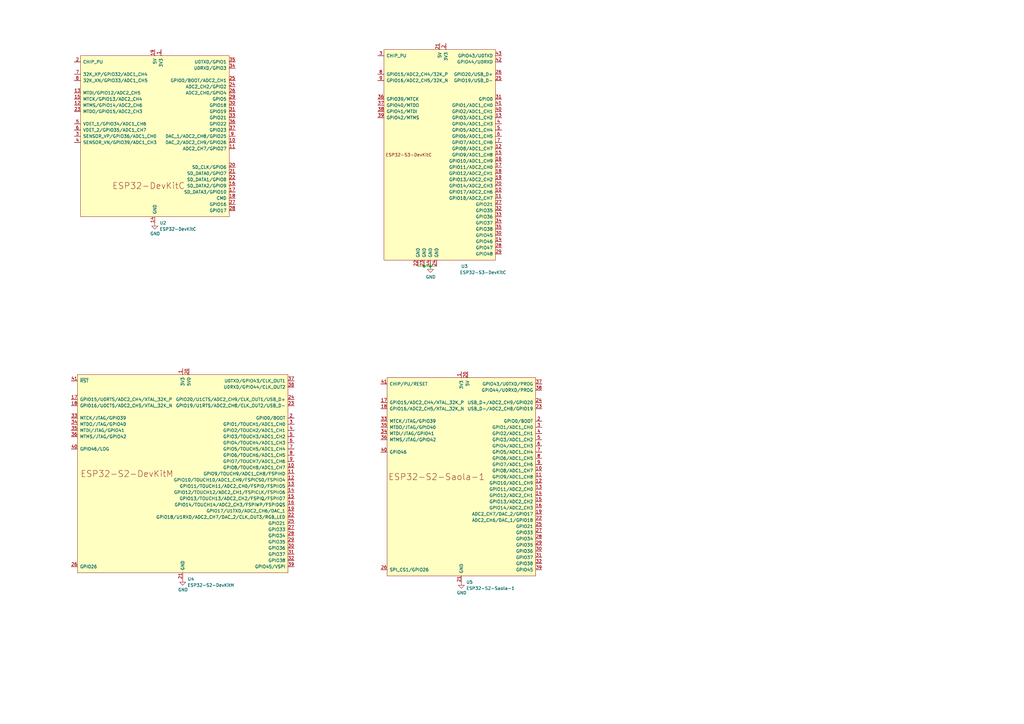
<source format=kicad_sch>
(kicad_sch (version 20230121) (generator eeschema)
  (paper "A3")
  (lib_symbols
    (symbol "Espressif:ESP32-DevKitC" (pin_names (offset 1.016))
      (property "Reference" "U" (at -30.48 38.1 0))
      (property "Value" "ESP32-DevKitC" (at -30.48 35.56 0))
      (symbol "ESP32-DevKitC_0_0"
        (text "ESP32-DevKitC" (at -2.54 -20.32 0) (effects (font (size 2.54 2.54))))
        (pin power_in line (at 0 -35.56 90) (length 2.54) (name "GND") (number "14"))
        (pin power_in line (at 0 35.56 270) (length 2.54) (name "5V") (number "19"))
      )
      (symbol "ESP32-DevKitC_0_1"
        (rectangle (start -30.48 33.02) (end 30.48 -33.02) (fill (type background)))
      )
      (symbol "ESP32-DevKitC_1_1"
        (pin power_in line (at 2.54 35.56 270) (length 2.54) (name "3V3") (number "1"))
        (pin bidirectional line (at 33.02 -2.54 180) (length 2.54) (name "DAC_2/ADC2_CH9/GPIO26") (number "10"))
        (pin bidirectional line (at 33.02 -5.08 180) (length 2.54) (name "ADC2_CH7/GPIO27") (number "11"))
        (pin bidirectional line (at -33.02 12.7 0) (length 2.54) (name "MTMS/GPIO14/ADC2_CH6") (number "12"))
        (pin bidirectional line (at -33.02 17.78 0) (length 2.54) (name "MTDI/GPIO12/ADC2_CH5") (number "13"))
        (pin bidirectional line (at -33.02 15.24 0) (length 2.54) (name "MTCK/GPIO13/ADC2_CH4") (number "15"))
        (pin bidirectional line (at 33.02 -20.32 180) (length 2.54) (name "SD_DATA2/GPIO9") (number "16"))
        (pin bidirectional line (at 33.02 -22.86 180) (length 2.54) (name "SD_DATA3/GPIO10") (number "17"))
        (pin bidirectional line (at 33.02 -25.4 180) (length 2.54) (name "CMD") (number "18"))
        (pin input line (at -33.02 30.48 0) (length 2.54) (name "CHIP_PU") (number "2"))
        (pin bidirectional line (at 33.02 -12.7 180) (length 2.54) (name "SD_CLK/GPIO6") (number "20"))
        (pin bidirectional line (at 33.02 -15.24 180) (length 2.54) (name "SD_DATA0/GPIO7") (number "21"))
        (pin bidirectional line (at 33.02 -17.78 180) (length 2.54) (name "SD_DATA1/GPIO8") (number "22"))
        (pin bidirectional line (at -33.02 10.16 0) (length 2.54) (name "MTDO/GPIO15/ADC2_CH3") (number "23"))
        (pin bidirectional line (at 33.02 20.32 180) (length 2.54) (name "ADC2_CH2/GPIO2") (number "24"))
        (pin bidirectional line (at 33.02 22.86 180) (length 2.54) (name "GPIO0/BOOT/ADC2_CH1") (number "25"))
        (pin bidirectional line (at 33.02 17.78 180) (length 2.54) (name "ADC2_CH0/GPIO4") (number "26"))
        (pin bidirectional line (at 33.02 -27.94 180) (length 2.54) (name "GPIO16") (number "27"))
        (pin bidirectional line (at 33.02 -30.48 180) (length 2.54) (name "GPIO17") (number "28"))
        (pin bidirectional line (at 33.02 15.24 180) (length 2.54) (name "GPIO5") (number "29"))
        (pin input line (at -33.02 0 0) (length 2.54) (name "SENSOR_VP/GPIO36/ADC1_CH0") (number "3"))
        (pin bidirectional line (at 33.02 12.7 180) (length 2.54) (name "GPIO18") (number "30"))
        (pin bidirectional line (at 33.02 10.16 180) (length 2.54) (name "GPIO19") (number "31"))
        (pin passive line (at 0 -35.56 90) (length 2.54) hide (name "GND") (number "32"))
        (pin bidirectional line (at 33.02 7.62 180) (length 2.54) (name "GPIO21") (number "33"))
        (pin bidirectional line (at 33.02 27.94 180) (length 2.54) (name "U0RXD/GPIO3") (number "34"))
        (pin bidirectional line (at 33.02 30.48 180) (length 2.54) (name "U0TXD/GPIO1") (number "35"))
        (pin bidirectional line (at 33.02 5.08 180) (length 2.54) (name "GPIO22") (number "36"))
        (pin bidirectional line (at 33.02 2.54 180) (length 2.54) (name "GPIO23") (number "37"))
        (pin passive line (at 0 -35.56 90) (length 2.54) hide (name "GND") (number "38"))
        (pin input line (at -33.02 -2.54 0) (length 2.54) (name "SENSOR_VN/GPIO39/ADC1_CH3") (number "4"))
        (pin input line (at -33.02 5.08 0) (length 2.54) (name "VDET_1/GPIO34/ADC1_CH6") (number "5"))
        (pin input line (at -33.02 2.54 0) (length 2.54) (name "VDET_2/GPIO35/ADC1_CH7") (number "6"))
        (pin bidirectional line (at -33.02 25.4 0) (length 2.54) (name "32K_XP/GPIO32/ADC1_CH4") (number "7"))
        (pin bidirectional line (at -33.02 22.86 0) (length 2.54) (name "32K_XN/GPIO33/ADC1_CH5") (number "8"))
        (pin bidirectional line (at 33.02 0 180) (length 2.54) (name "DAC_1/ADC2_CH8/GPIO25") (number "9"))
      )
    )
    (symbol "Espressif:ESP32-S2-DevKitM" (pin_names (offset 1.016))
      (property "Reference" "U" (at -43.18 45.72 0))
      (property "Value" "ESP32-S2-DevKitM" (at -43.18 43.18 0))
      (symbol "ESP32-S2-DevKitM_0_1"
        (rectangle (start -43.18 40.64) (end 43.18 -40.64) (fill (type background)))
      )
      (symbol "ESP32-S2-DevKitM_1_1"
        (text "ESP32-S2-DevKitM" (at -22.86 0 0) (effects (font (size 2.54 2.54))))
        (pin power_out line (at 0 43.18 270) (length 2.54) (name "3V3") (number "1"))
        (pin bidirectional line (at 45.72 2.54 180) (length 2.54) (name "GPIO8/TOUCH8/ADC1_CH7") (number "10"))
        (pin bidirectional line (at 45.72 0 180) (length 2.54) (name "GPIO9/TOUCH9/ADC1_CH8/FSPIHD") (number "11"))
        (pin bidirectional line (at 45.72 -2.54 180) (length 2.54) (name "GPIO10/TOUCH10/ADC1_CH9/FSPICS0/FSPIIO4") (number "12"))
        (pin bidirectional line (at 45.72 -5.08 180) (length 2.54) (name "GPIO11/TOUCH11/ADC2_CH0/FSPID/FSPIIO5") (number "13"))
        (pin bidirectional line (at 45.72 -7.62 180) (length 2.54) (name "GPIO12/TOUCH12/ADC2_CH1/FSPICLK/FSPIIO6") (number "14"))
        (pin bidirectional line (at 45.72 -10.16 180) (length 2.54) (name "GPIO13/TOUCH13/ADC2_CH2/FSPIQ/FSPIIO7") (number "15"))
        (pin bidirectional line (at 45.72 -12.7 180) (length 2.54) (name "GPIO14/TOUCH14/ADC2_CH3/FSPIWP/FSPIDQS") (number "16"))
        (pin bidirectional line (at -45.72 30.48 0) (length 2.54) (name "GPIO15/U0RTS/ADC2_CH4/XTAL_32K_P") (number "17"))
        (pin bidirectional line (at -45.72 27.94 0) (length 2.54) (name "GPIO16/U0CTS/ADC2_CH5/XTAL_32K_N") (number "18"))
        (pin bidirectional line (at 45.72 -15.24 180) (length 2.54) (name "GPIO17/U1TXD/ADC2_CH6/DAC_1") (number "19"))
        (pin bidirectional line (at 45.72 22.86 180) (length 2.54) (name "GPIO0/BOOT") (number "2"))
        (pin power_in line (at 2.54 43.18 270) (length 2.54) (name "5V0") (number "20"))
        (pin power_in line (at 0 -43.18 90) (length 2.54) (name "GND") (number "21"))
        (pin bidirectional line (at 45.72 -17.78 180) (length 2.54) (name "GPIO18/U1RXD/ADC2_CH7/DAC_2/CLK_OUT3/RGB_LED") (number "22"))
        (pin bidirectional line (at 45.72 27.94 180) (length 2.54) (name "GPIO19/U1RTS/ADC2_CH8/CLK_OUT2/USB_D-") (number "23"))
        (pin bidirectional line (at 45.72 30.48 180) (length 2.54) (name "GPIO20/U1CTS/ADC2_CH9/CLK_OUT1/USB_D+") (number "24"))
        (pin bidirectional line (at 45.72 -20.32 180) (length 2.54) (name "GPIO21") (number "25"))
        (pin bidirectional line (at -45.72 -38.1 0) (length 2.54) (name "GPIO26") (number "26"))
        (pin bidirectional line (at 45.72 -22.86 180) (length 2.54) (name "GPIO33") (number "27"))
        (pin bidirectional line (at 45.72 -25.4 180) (length 2.54) (name "GPIO34") (number "28"))
        (pin bidirectional line (at 45.72 -27.94 180) (length 2.54) (name "GPIO35") (number "29"))
        (pin bidirectional line (at 45.72 20.32 180) (length 2.54) (name "GPIO1/TOUCH1/ADC1_CH0") (number "3"))
        (pin bidirectional line (at 45.72 -30.48 180) (length 2.54) (name "GPIO36") (number "30"))
        (pin bidirectional line (at 45.72 -33.02 180) (length 2.54) (name "GPIO37") (number "31"))
        (pin bidirectional line (at 45.72 -35.56 180) (length 2.54) (name "GPIO38") (number "32"))
        (pin bidirectional line (at -45.72 22.86 0) (length 2.54) (name "MTCK/JTAG/GPIO39") (number "33"))
        (pin bidirectional line (at -45.72 20.32 0) (length 2.54) (name "MTDO/JTAG/GPIO40") (number "34"))
        (pin bidirectional line (at -45.72 17.78 0) (length 2.54) (name "MTDI/JTAG/GPIO41") (number "35"))
        (pin bidirectional line (at -45.72 15.24 0) (length 2.54) (name "MTMS/JTAG/GPIO42") (number "36"))
        (pin bidirectional line (at 45.72 38.1 180) (length 2.54) (name "U0TXD/GPIO43/CLK_OUT1") (number "37"))
        (pin bidirectional line (at 45.72 35.56 180) (length 2.54) (name "U0RXD/GPIO44/CLK_OUT2") (number "38"))
        (pin bidirectional line (at 45.72 -38.1 180) (length 2.54) (name "GPIO45/VSPI") (number "39"))
        (pin bidirectional line (at 45.72 17.78 180) (length 2.54) (name "GPIO2/TOUCH2/ADC1_CH1") (number "4"))
        (pin input line (at -45.72 10.16 0) (length 2.54) (name "GPIO46/LOG") (number "40"))
        (pin input line (at -45.72 38.1 0) (length 2.54) (name "~{RST}") (number "41"))
        (pin passive line (at 0 -43.18 90) (length 2.54) hide (name "GND") (number "42"))
        (pin bidirectional line (at 45.72 15.24 180) (length 2.54) (name "GPIO3/TOUCH3/ADC1_CH2") (number "5"))
        (pin bidirectional line (at 45.72 12.7 180) (length 2.54) (name "GPIO4/TOUCH4/ADC1_CH3") (number "6"))
        (pin bidirectional line (at 45.72 10.16 180) (length 2.54) (name "GPIO5/TOUCH5/ADC1_CH4") (number "7"))
        (pin bidirectional line (at 45.72 7.62 180) (length 2.54) (name "GPIO6/TOUCH6/ADC1_CH5") (number "8"))
        (pin bidirectional line (at 45.72 5.08 180) (length 2.54) (name "GPIO7/TOUCH7/ADC1_CH6") (number "9"))
      )
    )
    (symbol "Espressif:ESP32-S2-Saola-1" (pin_names (offset 1.016))
      (property "Reference" "U" (at -30.48 45.72 0))
      (property "Value" "ESP32-S2-Saola-1" (at -30.48 43.18 0))
      (symbol "ESP32-S2-Saola-1_0_0"
        (text "ESP32-S2-Saola-1" (at -10.16 0 0) (effects (font (size 2.54 2.54))))
        (pin power_in line (at 0 43.18 270) (length 2.54) (name "3V3") (number "1"))
        (pin bidirectional line (at 33.02 2.54 180) (length 2.54) (name "GPIO8/ADC1_CH7") (number "10"))
        (pin bidirectional line (at 33.02 0 180) (length 2.54) (name "GPIO9/ADC1_CH8") (number "11"))
        (pin bidirectional line (at 33.02 -2.54 180) (length 2.54) (name "GPIO10/ADC1_CH9") (number "12"))
        (pin bidirectional line (at 33.02 -5.08 180) (length 2.54) (name "GPIO11/ADC2_CH0") (number "13"))
        (pin bidirectional line (at 33.02 -7.62 180) (length 2.54) (name "GPIO12/ADC2_CH1") (number "14"))
        (pin bidirectional line (at 33.02 -10.16 180) (length 2.54) (name "GPIO13/ADC2_CH2") (number "15"))
        (pin bidirectional line (at 33.02 -12.7 180) (length 2.54) (name "GPIO14/ADC2_CH3") (number "16"))
        (pin bidirectional line (at -33.02 30.48 0) (length 2.54) (name "GPIO15/ADC2_CH4/XTAL_32K_P") (number "17"))
        (pin bidirectional line (at -33.02 27.94 0) (length 2.54) (name "GPIO16/ADC2_CH5/XTAL_32K_N") (number "18"))
        (pin bidirectional line (at 33.02 -15.24 180) (length 2.54) (name "ADC2_CH7/DAC_2/GPIO17") (number "19"))
        (pin bidirectional line (at 33.02 22.86 180) (length 2.54) (name "GPIO0/BOOT") (number "2"))
        (pin power_in line (at 2.54 43.18 270) (length 2.54) (name "5V") (number "20"))
        (pin power_in line (at 0 -43.18 90) (length 2.54) (name "GND") (number "21"))
        (pin bidirectional line (at 33.02 -17.78 180) (length 2.54) (name "ADC2_CH6/DAC_1/GPIO18") (number "22"))
        (pin bidirectional line (at 33.02 27.94 180) (length 2.54) (name "USB_D-/ADC2_CH8/GPIO19") (number "23"))
        (pin bidirectional line (at 33.02 30.48 180) (length 2.54) (name "USB_D+/ADC2_CH9/GPIO20") (number "24"))
        (pin bidirectional line (at 33.02 -20.32 180) (length 2.54) (name "GPIO21") (number "25"))
        (pin bidirectional line (at -33.02 -38.1 0) (length 2.54) (name "SPI_CS1/GPIO26") (number "26"))
        (pin bidirectional line (at 33.02 -22.86 180) (length 2.54) (name "GPIO33") (number "27"))
        (pin bidirectional line (at 33.02 -25.4 180) (length 2.54) (name "GPIO34") (number "28"))
        (pin bidirectional line (at 33.02 -27.94 180) (length 2.54) (name "GPIO35") (number "29"))
        (pin bidirectional line (at 33.02 20.32 180) (length 2.54) (name "GPIO1/ADC1_CH0") (number "3"))
        (pin bidirectional line (at 33.02 -30.48 180) (length 2.54) (name "GPIO36") (number "30"))
        (pin bidirectional line (at 33.02 -33.02 180) (length 2.54) (name "GPIO37") (number "31"))
        (pin bidirectional line (at 33.02 -35.56 180) (length 2.54) (name "GPIO38") (number "32"))
        (pin bidirectional line (at -33.02 22.86 0) (length 2.54) (name "MTCK/JTAG/GPIO39") (number "33"))
        (pin bidirectional line (at -33.02 17.78 0) (length 2.54) (name "MTDI/JTAG/GPIO41") (number "34"))
        (pin bidirectional line (at -33.02 20.32 0) (length 2.54) (name "MTDO/JTAG/GPIO40") (number "35"))
        (pin bidirectional line (at -33.02 15.24 0) (length 2.54) (name "MTMS/JTAG/GPIO42") (number "36"))
        (pin bidirectional line (at 33.02 38.1 180) (length 2.54) (name "GPIO43/U0TXD/PROG") (number "37"))
        (pin bidirectional line (at 33.02 35.56 180) (length 2.54) (name "GPIO44/U0RXD/PROG") (number "38"))
        (pin bidirectional line (at 33.02 -38.1 180) (length 2.54) (name "GPIO45") (number "39"))
        (pin unspecified line (at 33.02 17.78 180) (length 2.54) (name "GPIO2/ADC1_CH1") (number "4"))
        (pin input line (at -33.02 10.16 0) (length 2.54) (name "GPIO46") (number "40"))
        (pin input line (at -33.02 38.1 0) (length 2.54) (name "CHIP/PU/RESET") (number "41"))
        (pin passive line (at 0 -43.18 90) (length 2.54) hide (name "GND") (number "42"))
        (pin bidirectional line (at 33.02 15.24 180) (length 2.54) (name "GPIO3/ADC1_CH2") (number "5"))
        (pin bidirectional line (at 33.02 12.7 180) (length 2.54) (name "GPIO4/ADC1_CH3") (number "6"))
        (pin bidirectional line (at 33.02 10.16 180) (length 2.54) (name "GPIO5/ADC1_CH4") (number "7"))
        (pin bidirectional line (at 33.02 7.62 180) (length 2.54) (name "GPIO6/ADC1_CH5") (number "8"))
        (pin bidirectional line (at 33.02 5.08 180) (length 2.54) (name "GPIO7/ADC1_CH6") (number "9"))
      )
      (symbol "ESP32-S2-Saola-1_0_1"
        (rectangle (start -30.48 40.64) (end 30.48 -40.64) (fill (type background)))
      )
    )
    (symbol "Espressif:ESP32-S3-DevKitC" (pin_names (offset 1.016))
      (property "Reference" "U3" (at 10.16 -45.72 0))
      (property "Value" "ESP32-S3-DevKitC" (at 17.78 -48.26 0))
      (symbol "ESP32-S3-DevKitC_0_0"
        (text "ESP32-S3-DevKitC" (at -12.7 0 0) (effects (font (size 1.27 1.27))))
        (pin bidirectional line (at 25.4 -35.56 180) (length 2.54) (name "GPIO46") (number "14"))
        (pin bidirectional line (at 25.4 -10.16 180) (length 2.54) (name "GPIO13/ADC2_CH2") (number "19"))
        (pin bidirectional line (at -25.4 15.24 0) (length 2.54) (name "GPIO42/MTMS") (number "39"))
        (pin bidirectional line (at 25.4 17.78 180) (length 2.54) (name "GPIO2/ADC1_CH1") (number "40"))
        (pin bidirectional line (at 25.4 20.32 180) (length 2.54) (name "GPIO1/ADC1_CH0") (number "41"))
        (pin bidirectional line (at 25.4 38.1 180) (length 2.54) (name "GPIO44/U0RXD") (number "42"))
        (pin bidirectional line (at 25.4 40.64 180) (length 2.54) (name "GPIO43/U0TXD") (number "43"))
        (pin power_in line (at -3.81 -45.72 90) (length 2.54) (name "GND") (number "44"))
      )
      (symbol "ESP32-S3-DevKitC_0_1"
        (rectangle (start -22.86 43.18) (end 22.86 -43.18) (fill (type background)))
        (pin power_in line (at 2.54 45.72 270) (length 2.54) (name "3V3") (number "2"))
      )
      (symbol "ESP32-S3-DevKitC_1_1"
        (pin passive line (at 2.54 45.72 270) (length 2.54) hide (name "3V3") (number "1"))
        (pin bidirectional line (at 25.4 -15.24 180) (length 2.54) (name "GPIO17/ADC2_CH6") (number "10"))
        (pin bidirectional line (at 25.4 -17.78 180) (length 2.54) (name "GPIO18/ADC2_CH7") (number "11"))
        (pin bidirectional line (at 25.4 2.54 180) (length 2.54) (name "GPIO8/ADC1_CH7") (number "12"))
        (pin bidirectional line (at 25.4 15.24 180) (length 2.54) (name "GPIO3/ADC1_CH2") (number "13"))
        (pin bidirectional line (at 25.4 0 180) (length 2.54) (name "GPIO9/ADC1_CH8") (number "15"))
        (pin bidirectional line (at 25.4 -2.54 180) (length 2.54) (name "GPIO10/ADC1_CH9") (number "16"))
        (pin bidirectional line (at 25.4 -5.08 180) (length 2.54) (name "GPIO11/ADC2_CH0") (number "17"))
        (pin bidirectional line (at 25.4 -7.62 180) (length 2.54) (name "GPIO12/ADC2_CH1") (number "18"))
        (pin bidirectional line (at 25.4 -12.7 180) (length 2.54) (name "GPIO14/ADC2_CH3") (number "20"))
        (pin power_in line (at 0 45.72 270) (length 2.54) (name "5V") (number "21"))
        (pin power_in line (at -8.89 -45.72 90) (length 2.54) (name "GND") (number "22"))
        (pin power_in line (at -6.35 -45.72 90) (length 2.54) (name "GND") (number "23"))
        (pin power_in line (at -1.27 -45.72 90) (length 2.54) (name "GND") (number "24"))
        (pin bidirectional line (at 25.4 30.48 180) (length 2.54) (name "GPIO19/USB_D-") (number "25"))
        (pin bidirectional line (at 25.4 33.02 180) (length 2.54) (name "GPIO20/USB_D+") (number "26"))
        (pin bidirectional line (at 25.4 -20.32 180) (length 2.54) (name "GPIO21") (number "27"))
        (pin bidirectional line (at 25.4 -38.1 180) (length 2.54) (name "GPIO47") (number "28"))
        (pin bidirectional line (at 25.4 -40.64 180) (length 2.54) (name "GPIO48") (number "29"))
        (pin input line (at -25.4 40.64 0) (length 2.54) (name "CHIP_PU") (number "3"))
        (pin bidirectional line (at 25.4 -33.02 180) (length 2.54) (name "GPIO45") (number "30"))
        (pin bidirectional line (at 25.4 22.86 180) (length 2.54) (name "GPIO0") (number "31"))
        (pin bidirectional line (at 25.4 -22.86 180) (length 2.54) (name "GPIO35") (number "32"))
        (pin bidirectional line (at 25.4 -25.4 180) (length 2.54) (name "GPIO36") (number "33"))
        (pin bidirectional line (at 25.4 -27.94 180) (length 2.54) (name "GPIO37") (number "34"))
        (pin bidirectional line (at 25.4 -30.48 180) (length 2.54) (name "GPIO38") (number "35"))
        (pin bidirectional line (at -25.4 22.86 0) (length 2.54) (name "GPIO39/MTCK") (number "36"))
        (pin bidirectional line (at -25.4 20.32 0) (length 2.54) (name "GPIO40/MTDO") (number "37"))
        (pin bidirectional line (at -25.4 17.78 0) (length 2.54) (name "GPIO41/MTDI") (number "38"))
        (pin bidirectional line (at 25.4 12.7 180) (length 2.54) (name "GPIO4/ADC1_CH3") (number "4"))
        (pin bidirectional line (at 25.4 10.16 180) (length 2.54) (name "GPIO5/ADC1_CH4") (number "5"))
        (pin bidirectional line (at 25.4 7.62 180) (length 2.54) (name "GPIO6/ADC1_CH5") (number "6"))
        (pin bidirectional line (at 25.4 5.08 180) (length 2.54) (name "GPIO7/ADC1_CH6") (number "7"))
        (pin bidirectional line (at -25.4 33.02 0) (length 2.54) (name "GPIO15/ADC2_CH4/32K_P") (number "8"))
        (pin bidirectional line (at -25.4 30.48 0) (length 2.54) (name "GPIO16/ADC2_CH5/32K_N") (number "9"))
      )
    )
    (symbol "power:GND" (power) (pin_names (offset 0))
      (property "Value" "GND" (at 0 -3.81 0))
      (symbol "GND_0_1"
        (polyline (pts (xy 0 0) (xy 0 -1.27) (xy 1.27 -1.27) (xy 0 -2.54) (xy -1.27 -1.27) (xy 0 -1.27)))
      )
      (symbol "GND_1_1"
        (pin power_in line (at 0 0 270) (length 0) hide (name "GND") (number "1"))
      )
    )
  )
  (junction (at 176.53 109.22))
  (junction (at 173.99 109.22))
  (wire (pts (xy 173.99 109.22) (xy 176.53 109.22)))
  (wire (pts (xy 171.45 109.22) (xy 173.99 109.22)))
  (wire (pts (xy 176.53 109.22) (xy 179.07 109.22)))
  (symbol (lib_id "power:GND") (at 189.23 238.76 0) (unit 1)
    (property "Reference" "#PWR025" (effects hide))
    (property "Value" "GND" (at 189.357 243.1542 0))
    (instances (project "FPGAs-Ard_RPi_BB" (path "" (reference "#PWR025") (unit 1)) (path "" (reference "#PWR042") (unit 1))))
  )
  (symbol (lib_id "Espressif:ESP32-S3-DevKitC") (at 180.34 63.5 0) (unit 1)
    (property "Reference" "U3" (at 190.5 109.22 0))
    (property "Value" "ESP32-S3-DevKitC" (at 198.12 111.76 0))
    (property "Footprint" "Espressif:ESP32-S3-DevKitC" (effects hide))
  )
  (symbol (lib_id "Espressif:ESP32-S2-Saola-1") (at 189.23 195.58 0) (unit 1)
    (property "Reference" "U5" (at 191.1859 238.76 0) (effects (justify left)))
    (property "Value" "ESP32-S2-Saola-1" (at 191.1859 241.3 0) (effects (justify left)))
    (property "Footprint" "Espressif:ESP32-S2-Saola-1" (effects hide))
  )
  (symbol (lib_id "power:GND") (at 63.5 91.44 0) (unit 1)
    (property "Reference" "#PWR025" (effects hide))
    (property "Value" "GND" (at 63.627 95.8342 0))
    (instances (project "FPGAs-Ard_RPi_BB" (path "" (reference "#PWR025") (unit 1)) (path "" (reference "#PWR038") (unit 1))))
  )
  (symbol (lib_id "power:GND") (at 176.53 109.22 0) (unit 1)
    (property "Reference" "#PWR025" (effects hide))
    (property "Value" "GND" (at 176.657 113.6142 0))
    (instances (project "FPGAs-Ard_RPi_BB" (path "" (reference "#PWR025") (unit 1)) (path "" (reference "#PWR041") (unit 1))))
  )
  (symbol (lib_id "Espressif:ESP32-DevKitC") (at 63.5 55.88 0) (unit 1)
    (property "Reference" "U2" (at 65.4559 91.44 0) (effects (justify left)))
    (property "Value" "ESP32-DevKitC" (at 65.4559 93.98 0) (effects (justify left)))
    (property "Footprint" "Espressif:ESP32-DevKitC" (effects hide))
    (property "Datasheet" "https://docs.espressif.com/projects/esp-idf/zh_CN/latest/esp32/hw-reference/esp32/get-started-devkitc.html" (effects hide))
  )
  (symbol (lib_id "power:GND") (at 74.93 237.49 0) (unit 1)
    (property "Reference" "#PWR025" (effects hide))
    (property "Value" "GND" (at 75.057 241.8842 0))
    (instances (project "FPGAs-Ard_RPi_BB" (path "" (reference "#PWR025") (unit 1)) (path "" (reference "#PWR043") (unit 1))))
  )
  (symbol (lib_id "Espressif:ESP32-S2-DevKitM") (at 74.93 194.31 0) (unit 1)
    (property "Reference" "U4" (at 76.8859 237.49 0) (effects (justify left)))
    (property "Value" "ESP32-S2-DevKitM" (at 76.8859 240.03 0) (effects (justify left)))
    (property "Footprint" "Espressif:ESP32-S2-DevKitM" (effects hide))
    (property "Datasheet" "https://dl.espressif.com/dl/schematics/ESP32-S2-DevKitM-1_V1_Schematics.pdf" (effects hide))
  )
)
</source>
